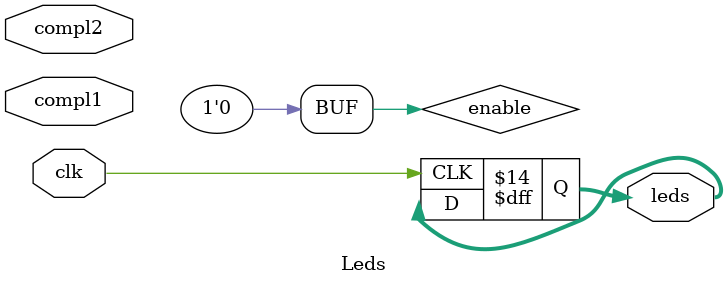
<source format=sv>
`timescale 1ns / 1ps


module Leds( input wire [7:0] compl1, input wire [7:0] compl2, output reg[13:0] leds, input clk);
    reg [25:0] counter = 26'd0;
    reg enable = 0;

    always @(posedge clk)
    begin
        if(enable)
        begin
            leds[14:8] <= compl1;
            leds[7:0] <= compl2;
        end
    end
    always @*
    begin
        if(counter == 26'd50000000)
        begin
            counter = 26'd0;
        end
        else
        begin
            counter = counter + 26'd1;
        end
    end
endmodule

</source>
